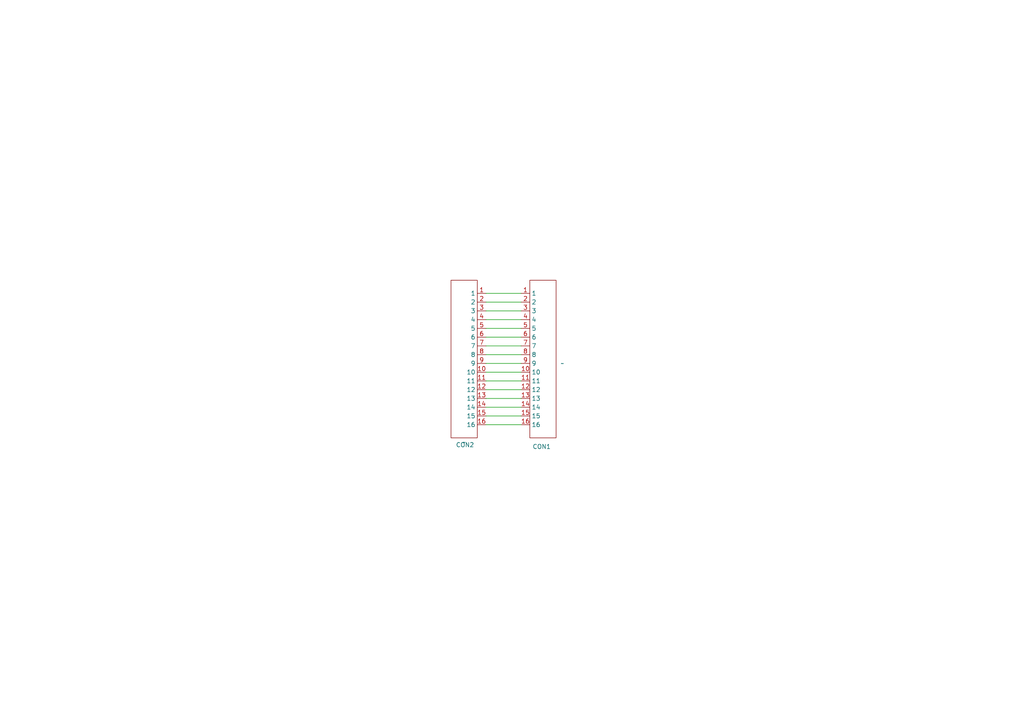
<source format=kicad_sch>
(kicad_sch (version 20231120) (generator "eeschema") (generator_version "8.0")
  (paper "A4")
  (lib_symbols
    (symbol "HSSM-FCB:FFC_solder_connector_16pos" (in_bom no)
      (property "Reference" "CON" (at 4.318 0 0))
      (symbol "FFC_solder_connector_16pos_0_1"
        (rectangle (start 0 22.86) (end 7.62 -22.86))
      )
      (symbol "FFC_solder_connector_16pos_1_1"
        (pin bidirectional line (at -2.54 19.05 0) (length 2.54) (name "1") (number "1"))
        (pin bidirectional line (at -2.54 -3.81 0) (length 2.54) (name "10") (number "10"))
        (pin bidirectional line (at -2.54 -6.35 0) (length 2.54) (name "11") (number "11"))
        (pin bidirectional line (at -2.54 -8.89 0) (length 2.54) (name "12") (number "12"))
        (pin bidirectional line (at -2.54 -11.43 0) (length 2.54) (name "13") (number "13"))
        (pin bidirectional line (at -2.54 -13.97 0) (length 2.54) (name "14") (number "14"))
        (pin bidirectional line (at -2.54 -16.51 0) (length 2.54) (name "15") (number "15"))
        (pin bidirectional line (at -2.54 -19.05 0) (length 2.54) (name "16") (number "16"))
        (pin bidirectional line (at -2.54 16.51 0) (length 2.54) (name "2") (number "2"))
        (pin bidirectional line (at -2.54 13.97 0) (length 2.54) (name "3") (number "3"))
        (pin bidirectional line (at -2.54 11.43 0) (length 2.54) (name "4") (number "4"))
        (pin bidirectional line (at -2.54 8.89 0) (length 2.54) (name "5") (number "5"))
        (pin bidirectional line (at -2.54 6.35 0) (length 2.54) (name "6") (number "6"))
        (pin bidirectional line (at -2.54 3.81 0) (length 2.54) (name "7") (number "7"))
        (pin bidirectional line (at -2.54 1.27 0) (length 2.54) (name "8") (number "8"))
        (pin bidirectional line (at -2.54 -1.27 0) (length 2.54) (name "9") (number "9"))
      )
    )
  )
  (wire (pts (xy 151.13 102.87) (xy 140.97 102.87)))
  (wire (pts (xy 151.13 90.17) (xy 140.97 90.17)))
  (wire (pts (xy 151.13 97.79) (xy 140.97 97.79)))
  (wire (pts (xy 151.13 123.19) (xy 140.97 123.19)))
  (wire (pts (xy 151.13 95.25) (xy 140.97 95.25)))
  (wire (pts (xy 151.13 118.11) (xy 140.97 118.11)))
  (wire (pts (xy 151.13 85.09) (xy 140.97 85.09)))
  (wire (pts (xy 151.13 92.71) (xy 140.97 92.71)))
  (wire (pts (xy 151.13 120.65) (xy 140.97 120.65)))
  (wire (pts (xy 151.13 107.95) (xy 140.97 107.95)))
  (wire (pts (xy 151.13 87.63) (xy 140.97 87.63)))
  (wire (pts (xy 151.13 105.41) (xy 140.97 105.41)))
  (wire (pts (xy 151.13 110.49) (xy 140.97 110.49)))
  (wire (pts (xy 151.13 100.33) (xy 140.97 100.33)))
  (wire (pts (xy 151.13 113.03) (xy 140.97 113.03)))
  (wire (pts (xy 151.13 115.57) (xy 140.97 115.57)))
  (symbol (lib_id "HSSM-FCB:FFC_solder_connector_16pos") (at 153.67 104.14 0) (unit 1) (in_bom no)
    (property "Reference" "CON1" (at 154.432 129.54 0) (effects (justify left)))
    (property "Value" "~" (at 162.56 105.41 0) (effects (justify left)))
    (property "Footprint" "HSSM-FCB:FFC_solder_connector_16pos" (effects (hide yes)))
  )
  (symbol (lib_id "HSSM-FCB:FFC_solder_connector_16pos") (at 138.43 104.14 0) (mirror y) (unit 1) (in_bom no)
    (property "Reference" "CON2" (at 134.874 129.032 0))
    (property "Value" "~" (at 134.62 128.27 0))
    (property "Footprint" "HSSM-FCB:FFC_solder_connector_16pos" (effects (hide yes)))
  )
)
</source>
